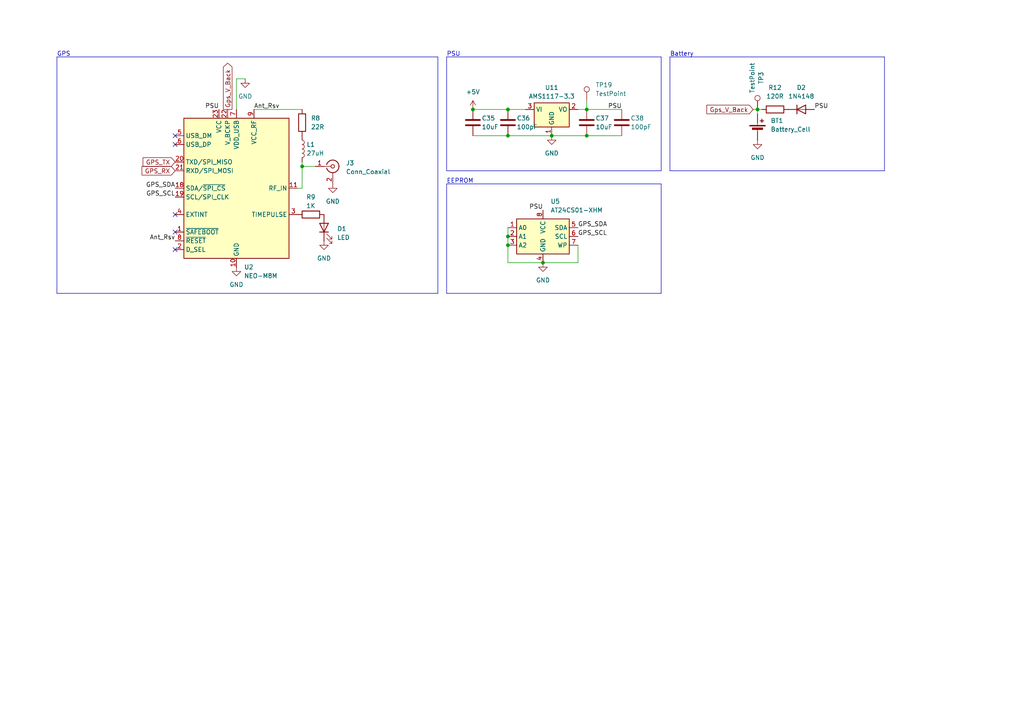
<source format=kicad_sch>
(kicad_sch (version 20231120) (generator "eeschema") (generator_version "8.0")
  (paper "A4")
  (lib_symbols
    (symbol "+5V_1" (power) (pin_numbers hide) (pin_names (offset 0) hide)
      (property "Value" "+5V" (at 0 3.556 0))
      (symbol "+5V_1_0_1"
        (polyline (pts (xy -0.762 1.27) (xy 0 2.54)))
        (polyline (pts (xy 0 0) (xy 0 2.54)))
        (polyline (pts (xy 0 2.54) (xy 0.762 1.27)))
      )
      (symbol "+5V_1_1_1"
        (pin power_in line (at 0 0 90) (length 0) (name "~") (number "1"))
      )
    )
    (symbol "Connector:Conn_Coaxial" (pin_names (offset 1.016) hide)
      (property "Reference" "J" (at 0.254 3.048 0))
      (property "Value" "Conn_Coaxial" (at 2.921 0 90))
      (symbol "Conn_Coaxial_0_1"
        (arc (start -1.778 -0.508) (mid 0.2311 -1.8066) (end 1.778 0) (stroke (width 0.254)))
        (polyline (pts (xy -2.54 0) (xy -0.508 0)))
        (polyline (pts (xy 0 -2.54) (xy 0 -1.778)))
        (circle (center 0 0) (radius 0.508) (stroke (width 0.2032)))
        (arc (start 1.778 0) (mid 0.2099 1.8101) (end -1.778 0.508) (stroke (width 0.254)))
      )
      (symbol "Conn_Coaxial_1_1"
        (pin passive line (at -5.08 0 0) (length 2.54) (name "In") (number "1"))
        (pin passive line (at 0 -5.08 90) (length 2.54) (name "Ext") (number "2"))
      )
    )
    (symbol "Connector:TestPoint" (pin_numbers hide) (pin_names (offset 0.762) hide)
      (property "Reference" "TP" (at 0 6.858 0))
      (property "Value" "TestPoint" (at 0 5.08 0))
      (symbol "TestPoint_0_1"
        (circle (center 0 3.302) (radius 0.762))
      )
      (symbol "TestPoint_1_1"
        (pin passive line (at 0 0 90) (length 2.54) (name "1") (number "1"))
      )
    )
    (symbol "Device:Battery_Cell" (pin_numbers hide) (pin_names (offset 0) hide)
      (property "Reference" "BT" (at 2.54 2.54 0))
      (property "Value" "Battery_Cell" (at 2.54 0 0))
      (symbol "Battery_Cell_0_1"
        (rectangle (start -2.286 1.778) (end 2.286 1.524) (fill (type outline)))
        (rectangle (start -1.524 1.016) (end 1.524 0.508) (fill (type outline)))
        (polyline (pts (xy 0 0.762) (xy 0 0)))
        (polyline (pts (xy 0 1.778) (xy 0 2.54)))
        (polyline (pts (xy 0.762 3.048) (xy 1.778 3.048)) (stroke (width 0.254)))
        (polyline (pts (xy 1.27 3.556) (xy 1.27 2.54)) (stroke (width 0.254)))
      )
      (symbol "Battery_Cell_1_1"
        (pin passive line (at 0 5.08 270) (length 2.54) (name "+") (number "1"))
        (pin passive line (at 0 -2.54 90) (length 2.54) (name "-") (number "2"))
      )
    )
    (symbol "Device:C" (pin_numbers hide) (pin_names (offset 0.254))
      (property "Reference" "C" (at 0.635 2.54 0))
      (property "Value" "C" (at 0.635 -2.54 0))
      (symbol "C_0_1"
        (polyline (pts (xy -2.032 -0.762) (xy 2.032 -0.762)) (stroke (width 0.508)))
        (polyline (pts (xy -2.032 0.762) (xy 2.032 0.762)) (stroke (width 0.508)))
      )
      (symbol "C_1_1"
        (pin passive line (at 0 3.81 270) (length 2.794) (name "~") (number "1"))
        (pin passive line (at 0 -3.81 90) (length 2.794) (name "~") (number "2"))
      )
    )
    (symbol "Device:L" (pin_numbers hide) (pin_names (offset 1.016) hide)
      (property "Reference" "L" (at -1.27 0 90))
      (property "Value" "L" (at 1.905 0 90))
      (symbol "L_0_1"
        (arc (start 0 -2.54) (mid 0.6323 -1.905) (end 0 -1.27))
        (arc (start 0 -1.27) (mid 0.6323 -0.635) (end 0 0))
        (arc (start 0 0) (mid 0.6323 0.635) (end 0 1.27))
        (arc (start 0 1.27) (mid 0.6323 1.905) (end 0 2.54))
      )
      (symbol "L_1_1"
        (pin passive line (at 0 3.81 270) (length 1.27) (name "1") (number "1"))
        (pin passive line (at 0 -3.81 90) (length 1.27) (name "2") (number "2"))
      )
    )
    (symbol "Device:LED" (pin_numbers hide) (pin_names (offset 1.016) hide)
      (property "Reference" "D" (at 0 2.54 0))
      (property "Value" "LED" (at 0 -2.54 0))
      (symbol "LED_0_1"
        (polyline (pts (xy -1.27 -1.27) (xy -1.27 1.27)) (stroke (width 0.254)))
        (polyline (pts (xy -1.27 0) (xy 1.27 0)))
        (polyline (pts (xy 1.27 -1.27) (xy 1.27 1.27) (xy -1.27 0) (xy 1.27 -1.27)) (stroke (width 0.254)))
        (polyline (pts (xy -3.048 -0.762) (xy -4.572 -2.286) (xy -3.81 -2.286) (xy -4.572 -2.286) (xy -4.572 -1.524)))
        (polyline (pts (xy -1.778 -0.762) (xy -3.302 -2.286) (xy -2.54 -2.286) (xy -3.302 -2.286) (xy -3.302 -1.524)))
      )
      (symbol "LED_1_1"
        (pin passive line (at -3.81 0 0) (length 2.54) (name "K") (number "1"))
        (pin passive line (at 3.81 0 180) (length 2.54) (name "A") (number "2"))
      )
    )
    (symbol "Device:R" (pin_numbers hide) (pin_names (offset 0))
      (property "Reference" "R" (at 2.032 0 90))
      (property "Value" "R" (at 0 0 90))
      (symbol "R_0_1"
        (rectangle (start -1.016 -2.54) (end 1.016 2.54) (stroke (width 0.254)))
      )
      (symbol "R_1_1"
        (pin passive line (at 0 3.81 270) (length 1.27) (name "~") (number "1"))
        (pin passive line (at 0 -3.81 90) (length 1.27) (name "~") (number "2"))
      )
    )
    (symbol "Diode:1N4148" (pin_numbers hide) (pin_names hide)
      (property "Reference" "D" (at 0 2.54 0))
      (property "Value" "1N4148" (at 0 -2.54 0))
      (symbol "1N4148_0_1"
        (polyline (pts (xy -1.27 1.27) (xy -1.27 -1.27)) (stroke (width 0.254)))
        (polyline (pts (xy 1.27 0) (xy -1.27 0)))
        (polyline (pts (xy 1.27 1.27) (xy 1.27 -1.27) (xy -1.27 0) (xy 1.27 1.27)) (stroke (width 0.254)))
      )
      (symbol "1N4148_1_1"
        (pin passive line (at -3.81 0 0) (length 2.54) (name "K") (number "1"))
        (pin passive line (at 3.81 0 180) (length 2.54) (name "A") (number "2"))
      )
    )
    (symbol "GND_2" (power) (pin_numbers hide) (pin_names (offset 0) hide)
      (property "Value" "GND" (at 0 -3.81 0))
      (symbol "GND_2_0_1"
        (polyline (pts (xy 0 0) (xy 0 -1.27) (xy 1.27 -1.27) (xy 0 -2.54) (xy -1.27 -1.27) (xy 0 -1.27)))
      )
      (symbol "GND_2_1_1"
        (pin power_in line (at 0 0 270) (length 0) (name "~") (number "1"))
      )
    )
    (symbol "GND_5" (power) (pin_numbers hide) (pin_names (offset 0) hide)
      (property "Value" "GND" (at 0 -3.81 0))
      (symbol "GND_5_0_1"
        (polyline (pts (xy 0 0) (xy 0 -1.27) (xy 1.27 -1.27) (xy 0 -2.54) (xy -1.27 -1.27) (xy 0 -1.27)))
      )
      (symbol "GND_5_1_1"
        (pin power_in line (at 0 0 270) (length 0) (name "~") (number "1"))
      )
    )
    (symbol "GND_6" (power) (pin_numbers hide) (pin_names (offset 0) hide)
      (property "Value" "GND" (at 0 -3.81 0))
      (symbol "GND_6_0_1"
        (polyline (pts (xy 0 0) (xy 0 -1.27) (xy 1.27 -1.27) (xy 0 -2.54) (xy -1.27 -1.27) (xy 0 -1.27)))
      )
      (symbol "GND_6_1_1"
        (pin power_in line (at 0 0 270) (length 0) (name "~") (number "1"))
      )
    )
    (symbol "GND_7" (power) (pin_numbers hide) (pin_names (offset 0) hide)
      (property "Value" "GND" (at 0 -3.81 0))
      (symbol "GND_7_0_1"
        (polyline (pts (xy 0 0) (xy 0 -1.27) (xy 1.27 -1.27) (xy 0 -2.54) (xy -1.27 -1.27) (xy 0 -1.27)))
      )
      (symbol "GND_7_1_1"
        (pin power_in line (at 0 0 270) (length 0) (name "~") (number "1"))
      )
    )
    (symbol "GND_8" (power) (pin_numbers hide) (pin_names (offset 0) hide)
      (property "Value" "GND" (at 0 -3.81 0))
      (symbol "GND_8_0_1"
        (polyline (pts (xy 0 0) (xy 0 -1.27) (xy 1.27 -1.27) (xy 0 -2.54) (xy -1.27 -1.27) (xy 0 -1.27)))
      )
      (symbol "GND_8_1_1"
        (pin power_in line (at 0 0 270) (length 0) (name "~") (number "1"))
      )
    )
    (symbol "GND_9" (power) (pin_numbers hide) (pin_names (offset 0) hide)
      (property "Value" "GND" (at 0 -3.81 0))
      (symbol "GND_9_0_1"
        (polyline (pts (xy 0 0) (xy 0 -1.27) (xy 1.27 -1.27) (xy 0 -2.54) (xy -1.27 -1.27) (xy 0 -1.27)))
      )
      (symbol "GND_9_1_1"
        (pin power_in line (at 0 0 270) (length 0) (name "~") (number "1"))
      )
    )
    (symbol "Memory_EEPROM:AT24CS01-XHM"
      (property "Reference" "U" (at -7.62 6.35 0))
      (property "Value" "AT24CS01-XHM" (at 2.54 -6.35 0))
      (symbol "AT24CS01-XHM_1_1"
        (rectangle (start -7.62 5.08) (end 7.62 -5.08) (stroke (width 0.254)) (fill (type background)))
        (pin input line (at -10.16 2.54 0) (length 2.54) (name "A0") (number "1"))
        (pin input line (at -10.16 0 0) (length 2.54) (name "A1") (number "2"))
        (pin input line (at -10.16 -2.54 0) (length 2.54) (name "A2") (number "3"))
        (pin power_in line (at 0 -7.62 90) (length 2.54) (name "GND") (number "4"))
        (pin bidirectional line (at 10.16 2.54 180) (length 2.54) (name "SDA") (number "5"))
        (pin input line (at 10.16 0 180) (length 2.54) (name "SCL") (number "6"))
        (pin input line (at 10.16 -2.54 180) (length 2.54) (name "WP") (number "7"))
        (pin power_in line (at 0 7.62 270) (length 2.54) (name "VCC") (number "8"))
      )
    )
    (symbol "RF_GPS:NEO-M8M"
      (property "Reference" "U" (at -13.97 21.59 0))
      (property "Value" "NEO-M8M" (at 11.43 21.59 0))
      (symbol "NEO-M8M_0_1"
        (rectangle (start -15.24 20.32) (end 15.24 -20.32) (stroke (width 0.254)) (fill (type background)))
      )
      (symbol "NEO-M8M_1_1"
        (pin input line (at -17.78 -12.7 0) (length 2.54) (name "~{SAFEBOOT}") (number "1"))
        (pin power_in line (at 0 -22.86 90) (length 2.54) (name "GND") (number "10"))
        (pin input line (at 17.78 0 180) (length 2.54) (name "RF_IN") (number "11"))
        (pin passive line (at 0 -22.86 90) (length 2.54) hide (name "GND") (number "12"))
        (pin passive line (at 0 -22.86 90) (length 2.54) hide (name "GND") (number "13"))
        (pin no_connect line (at 15.24 -10.16 180) (length 2.54) hide (name "RESERVED") (number "14"))
        (pin no_connect line (at 15.24 -12.7 180) (length 2.54) hide (name "RESERVED") (number "15"))
        (pin no_connect line (at 15.24 -15.24 180) (length 2.54) hide (name "RESERVED") (number "16"))
        (pin no_connect line (at 15.24 -17.78 180) (length 2.54) hide (name "RESERVED") (number "17"))
        (pin bidirectional line (at -17.78 0 0) (length 2.54) (name "SDA/~{SPI_CS}") (number "18"))
        (pin input line (at -17.78 -2.54 0) (length 2.54) (name "SCL/SPI_CLK") (number "19"))
        (pin input line (at -17.78 -17.78 0) (length 2.54) (name "D_SEL") (number "2"))
        (pin output line (at -17.78 7.62 0) (length 2.54) (name "TXD/SPI_MISO") (number "20"))
        (pin input line (at -17.78 5.08 0) (length 2.54) (name "RXD/SPI_MOSI") (number "21"))
        (pin power_in line (at -2.54 22.86 270) (length 2.54) (name "V_BCKP") (number "22"))
        (pin power_in line (at -5.08 22.86 270) (length 2.54) (name "VCC") (number "23"))
        (pin passive line (at 0 -22.86 90) (length 2.54) hide (name "GND") (number "24"))
        (pin output line (at 17.78 -7.62 180) (length 2.54) (name "TIMEPULSE") (number "3"))
        (pin input line (at -17.78 -7.62 0) (length 2.54) (name "EXTINT") (number "4"))
        (pin bidirectional line (at -17.78 15.24 0) (length 2.54) (name "USB_DM") (number "5"))
        (pin bidirectional line (at -17.78 12.7 0) (length 2.54) (name "USB_DP") (number "6"))
        (pin power_in line (at 0 22.86 270) (length 2.54) (name "VDD_USB") (number "7"))
        (pin input line (at -17.78 -15.24 0) (length 2.54) (name "~{RESET}") (number "8"))
        (pin power_out line (at 5.08 22.86 270) (length 2.54) (name "VCC_RF") (number "9"))
      )
    )
    (symbol "Regulator_Linear:AMS1117-3.3"
      (property "Reference" "U" (at -3.81 3.175 0))
      (property "Value" "AMS1117-3.3" (at 0 3.175 0))
      (symbol "AMS1117-3.3_0_1"
        (rectangle (start -5.08 -5.08) (end 5.08 1.905) (stroke (width 0.254)) (fill (type background)))
      )
      (symbol "AMS1117-3.3_1_1"
        (pin power_in line (at 0 -7.62 90) (length 2.54) (name "GND") (number "1"))
        (pin power_out line (at 7.62 0 180) (length 2.54) (name "VO") (number "2"))
        (pin power_in line (at -7.62 0 0) (length 2.54) (name "VI") (number "3"))
      )
    )
    (symbol "power:GND" (power) (pin_numbers hide) (pin_names (offset 0) hide)
      (property "Value" "GND" (at 0 -3.81 0))
      (symbol "GND_0_1"
        (polyline (pts (xy 0 0) (xy 0 -1.27) (xy 1.27 -1.27) (xy 0 -2.54) (xy -1.27 -1.27) (xy 0 -1.27)))
      )
      (symbol "GND_1_1"
        (pin power_in line (at 0 0 270) (length 0) (name "~") (number "1"))
      )
    )
  )
  (junction (at 147.32 68.58))
  (junction (at 170.18 39.37))
  (junction (at 147.32 31.75))
  (junction (at 219.71 31.75))
  (junction (at 157.48 76.2))
  (junction (at 87.63 48.26))
  (junction (at 137.16 31.75))
  (junction (at 160.02 39.37))
  (junction (at 170.18 31.75))
  (junction (at 147.32 39.37))
  (junction (at 147.32 71.12))
  (no_connect (at 50.8 72.39))
  (no_connect (at 50.8 67.31))
  (no_connect (at 50.8 39.37))
  (no_connect (at 50.8 41.91))
  (no_connect (at 50.8 62.23))
  (wire (pts (xy 71.12 22.86) (xy 68.58 22.86)))
  (polyline (pts (xy 129.54 16.51) (xy 129.54 49.53)) (stroke (width 0) (type solid)))
  (wire (pts (xy 147.32 31.75) (xy 152.4 31.75)))
  (polyline (pts (xy 191.77 85.09) (xy 191.77 53.34)) (stroke (width 0) (type solid)))
  (polyline (pts (xy 256.54 49.53) (xy 256.54 16.51)) (stroke (width 0) (type solid)))
  (polyline (pts (xy 194.31 49.53) (xy 256.54 49.53)) (stroke (width 0) (type solid)))
  (wire (pts (xy 137.16 31.75) (xy 147.32 31.75)))
  (wire (pts (xy 87.63 48.26) (xy 91.44 48.26)))
  (polyline (pts (xy 194.31 16.51) (xy 194.31 49.53)) (stroke (width 0) (type solid)))
  (wire (pts (xy 167.64 71.12) (xy 167.64 76.2)))
  (polyline (pts (xy 127 85.09) (xy 127 16.51)) (stroke (width 0) (type solid)))
  (wire (pts (xy 86.36 54.61) (xy 87.63 54.61)))
  (wire (pts (xy 147.32 71.12) (xy 147.32 76.2)))
  (wire (pts (xy 147.32 76.2) (xy 157.48 76.2)))
  (polyline (pts (xy 129.54 85.09) (xy 191.77 85.09)) (stroke (width 0) (type solid)))
  (wire (pts (xy 170.18 29.21) (xy 170.18 31.75)))
  (polyline (pts (xy 16.51 85.09) (xy 127 85.09)) (stroke (width 0) (type solid)))
  (wire (pts (xy 147.32 68.58) (xy 147.32 71.12)))
  (polyline (pts (xy 16.51 16.51) (xy 16.51 85.09)) (stroke (width 0) (type solid)))
  (wire (pts (xy 170.18 39.37) (xy 180.34 39.37)))
  (wire (pts (xy 68.58 22.86) (xy 68.58 31.75)))
  (polyline (pts (xy 194.31 16.51) (xy 256.54 16.51)) (stroke (width 0) (type solid)))
  (wire (pts (xy 147.32 39.37) (xy 160.02 39.37)))
  (wire (pts (xy 167.64 76.2) (xy 157.48 76.2)))
  (wire (pts (xy 219.71 31.75) (xy 220.98 31.75)))
  (wire (pts (xy 219.71 33.02) (xy 219.71 31.75)))
  (polyline (pts (xy 16.51 16.51) (xy 127 16.51)) (stroke (width 0) (type solid)))
  (wire (pts (xy 218.44 31.75) (xy 219.71 31.75)))
  (wire (pts (xy 170.18 31.75) (xy 180.34 31.75)))
  (wire (pts (xy 137.16 39.37) (xy 147.32 39.37)))
  (polyline (pts (xy 129.54 49.53) (xy 191.77 49.53)) (stroke (width 0) (type solid)))
  (wire (pts (xy 167.64 31.75) (xy 170.18 31.75)))
  (wire (pts (xy 87.63 48.26) (xy 87.63 54.61)))
  (polyline (pts (xy 191.77 49.53) (xy 191.77 16.51)) (stroke (width 0) (type solid)))
  (wire (pts (xy 87.63 46.99) (xy 87.63 48.26)))
  (polyline (pts (xy 129.54 16.51) (xy 191.77 16.51)) (stroke (width 0) (type solid)))
  (wire (pts (xy 147.32 66.04) (xy 147.32 68.58)))
  (wire (pts (xy 73.66 31.75) (xy 87.63 31.75)))
  (wire (pts (xy 160.02 39.37) (xy 170.18 39.37)))
  (polyline (pts (xy 129.54 53.34) (xy 129.54 85.09)) (stroke (width 0) (type solid)))
  (polyline (pts (xy 129.54 53.34) (xy 191.77 53.34)) (stroke (width 0) (type solid)))
  (text "EEPROM" (at 129.54 53.34 0) (effects (font (size 1.27 1.27)) (justify left bottom)))
  (text "Battery" (at 194.31 16.51 0) (effects (font (size 1.27 1.27)) (justify left bottom)))
  (text "PSU" (at 129.54 16.51 0) (effects (font (size 1.27 1.27)) (justify left bottom)))
  (text "GPS" (at 16.51 16.51 0) (effects (font (size 1.27 1.27)) (justify left bottom)))
  (label "PSU" (at 236.22 31.75 0))
  (label "GPS_SDA" (at 50.8 54.61 180))
  (label "GPS_SDA" (at 167.64 66.04 0))
  (label "PSU" (at 63.5 31.75 180))
  (label "Ant_Rsv" (at 73.66 31.75 0))
  (label "GPS_SCL" (at 50.8 57.15 180))
  (label "PSU" (at 157.48 60.96 180))
  (label "Ant_Rsv" (at 50.8 69.85 180))
  (label "GPS_SCL" (at 167.64 68.58 0))
  (label "PSU" (at 180.34 31.75 180))
  (global_label "Gps_V_Back" (shape input) (at 218.44 31.75 180) (property "Intersheetrefs" "${INTERSHEET_REFS}" (effects (hide yes))))
  (global_label "GPS_RX" (shape input) (at 50.8 49.53 180) (property "Intersheetrefs" "${INTERSHEET_REFS}" (effects (hide yes))))
  (global_label "GPS_TX" (shape input) (at 50.8 46.99 180) (property "Intersheetrefs" "${INTERSHEET_REFS}" (effects (hide yes))))
  (global_label "Gps_V_Back" (shape output) (at 66.04 31.75 90) (property "Intersheetrefs" "${INTERSHEET_REFS}" (effects (hide yes))))
  (symbol (lib_id "Memory_EEPROM:AT24CS01-XHM") (at 157.48 68.58 0) (unit 1)
    (property "Reference" "U5" (at 159.6741 58.42 0) (effects (justify left)))
    (property "Value" "AT24CS01-XHM" (at 159.6741 60.96 0) (effects (justify left)))
    (property "Footprint" "Package_SO:TSSOP-8_4.4x3mm_P0.65mm" (effects (hide yes)))
    (property "Datasheet" "http://ww1.microchip.com/downloads/en/DeviceDoc/Atmel-8815-SEEPROM-AT24CS01-02-Datasheet.pdf" (effects (hide yes)))
    (property "Description" "I2C Serial EEPROM, 1Kb (128x8) with Unique Serial Number, TSSOP8" (effects (hide yes)))
  )
  (symbol (lib_id "Device:C") (at 170.18 35.56 0) (unit 1)
    (property "Reference" "C37" (at 172.72 34.29 0) (effects (justify left)))
    (property "Value" "10uF" (at 172.72 36.83 0) (effects (justify left)))
    (property "Footprint" "Capacitor_SMD:C_1206_3216Metric" (effects (hide yes)))
    (property "Description" "Unpolarized capacitor" (effects (hide yes)))
  )
  (symbol (lib_name "GND_6") (lib_id "power:GND") (at 93.98 69.85 0) (unit 1)
    (property "Reference" "#PWR023" (effects (hide yes)))
    (property "Value" "GND" (at 93.98 74.93 0))
    (property "Description" "Power symbol creates a global label with name \"GND\" , ground" (effects (hide yes)))
  )
  (symbol (lib_id "Connector:Conn_Coaxial") (at 96.52 48.26 0) (unit 1)
    (property "Reference" "J3" (at 100.33 47.2831 0) (effects (justify left)))
    (property "Value" "Conn_Coaxial" (at 100.33 49.8231 0) (effects (justify left)))
    (property "Footprint" "Connector_Coaxial:U.FL_Molex_MCRF_73412-0110_Vertical" (effects (hide yes)))
    (property "Datasheet" " ~" (effects (hide yes)))
    (property "Description" "coaxial connector (BNC, SMA, SMB, SMC, Cinch/RCA, LEMO, ...)" (effects (hide yes)))
  )
  (symbol (lib_id "Device:LED") (at 93.98 66.04 90) (unit 1)
    (property "Reference" "D1" (at 97.79 66.3574 90) (effects (justify right)))
    (property "Value" "LED" (at 97.79 68.8974 90) (effects (justify right)))
    (property "Footprint" "Capacitor_SMD:C_0603_1608Metric" (effects (hide yes)))
    (property "Description" "Light emitting diode" (effects (hide yes)))
  )
  (symbol (lib_id "Connector:TestPoint") (at 219.71 31.75 0) (unit 1)
    (property "Reference" "TP3" (at 220.726 22.606 90))
    (property "Value" "TestPoint" (at 218.186 22.606 90))
    (property "Footprint" "TestPoint:TestPoint_Pad_D2.0mm" (effects (hide yes)))
    (property "Description" "test point" (effects (hide yes)))
  )
  (symbol (lib_id "Connector:TestPoint") (at 170.18 29.21 0) (unit 1)
    (property "Reference" "TP19" (at 172.72 24.6379 0) (effects (justify left)))
    (property "Value" "TestPoint" (at 172.72 27.1779 0) (effects (justify left)))
    (property "Footprint" "TestPoint:TestPoint_Pad_D2.0mm" (effects (hide yes)))
    (property "Description" "test point" (effects (hide yes)))
  )
  (symbol (lib_id "Device:L") (at 87.63 43.18 0) (unit 1)
    (property "Reference" "L1" (at 88.9 41.9099 0) (effects (justify left)))
    (property "Value" "27uH" (at 88.9 44.4499 0) (effects (justify left)))
    (property "Footprint" "Inductor_SMD:L_0805_2012Metric" (effects (hide yes)))
    (property "Description" "Inductor" (effects (hide yes)))
  )
  (symbol (lib_name "GND_2") (lib_id "power:GND") (at 160.02 39.37 0) (unit 1)
    (property "Reference" "#PWR041" (effects (hide yes)))
    (property "Value" "GND" (at 160.02 44.45 0))
    (property "Description" "Power symbol creates a global label with name \"GND\" , ground" (effects (hide yes)))
  )
  (symbol (lib_id "Device:C") (at 147.32 35.56 0) (unit 1)
    (property "Reference" "C36" (at 149.86 34.29 0) (effects (justify left)))
    (property "Value" "100pF" (at 149.86 36.83 0) (effects (justify left)))
    (property "Footprint" "Capacitor_SMD:C_0805_2012Metric" (effects (hide yes)))
    (property "Description" "Unpolarized capacitor" (effects (hide yes)))
  )
  (symbol (lib_id "power:GND") (at 96.52 53.34 0) (unit 1)
    (property "Reference" "#PWR06" (effects (hide yes)))
    (property "Value" "GND" (at 96.52 58.42 0))
    (property "Description" "Power symbol creates a global label with name \"GND\" , ground" (effects (hide yes)))
  )
  (symbol (lib_id "Device:R") (at 90.17 62.23 90) (unit 1)
    (property "Reference" "R9" (at 90.17 57.15 90))
    (property "Value" "1K" (at 90.17 59.69 90))
    (property "Footprint" "Resistor_SMD:R_0603_1608Metric" (effects (hide yes)))
    (property "Description" "Resistor" (effects (hide yes)))
  )
  (symbol (lib_name "GND_7") (lib_id "power:GND") (at 219.71 40.64 0) (unit 1)
    (property "Reference" "#PWR039" (effects (hide yes)))
    (property "Value" "GND" (at 219.71 45.72 0))
    (property "Description" "Power symbol creates a global label with name \"GND\" , ground" (effects (hide yes)))
  )
  (symbol (lib_id "Diode:1N4148") (at 232.41 31.75 0) (unit 1)
    (property "Reference" "D2" (at 232.41 25.4 0))
    (property "Value" "1N4148" (at 232.41 27.94 0))
    (property "Footprint" "Diode_SMD:D_SOD-323" (effects (hide yes)))
    (property "Datasheet" "https://assets.nexperia.com/documents/data-sheet/1N4148_1N4448.pdf" (effects (hide yes)))
    (property "Description" "100V 0.15A standard switching diode, DO-35" (effects (hide yes)))
    (property "Sim.Device" "D" (effects (hide yes)))
    (property "Sim.Pins" "1=K 2=A" (effects (hide yes)))
  )
  (symbol (lib_name "+5V_1") (lib_id "power:+5V") (at 137.16 31.75 0) (unit 1)
    (property "Reference" "#PWR038" (effects (hide yes)))
    (property "Value" "+5V" (at 137.16 26.67 0))
    (property "Description" "Power symbol creates a global label with name \"+5V\"" (effects (hide yes)))
  )
  (symbol (lib_id "Regulator_Linear:AMS1117-3.3") (at 160.02 31.75 0) (unit 1)
    (property "Reference" "U11" (at 160.02 25.4 0))
    (property "Value" "AMS1117-3.3" (at 160.02 27.94 0))
    (property "Footprint" "Package_TO_SOT_SMD:SOT-223-3_TabPin2" (effects (hide yes)))
    (property "Datasheet" "http://www.advanced-monolithic.com/pdf/ds1117.pdf" (effects (hide yes)))
    (property "Description" "1A Low Dropout regulator, positive, 3.3V fixed output, SOT-223" (effects (hide yes)))
  )
  (symbol (lib_name "GND_5") (lib_id "power:GND") (at 68.58 77.47 0) (unit 1)
    (property "Reference" "#PWR019" (effects (hide yes)))
    (property "Value" "GND" (at 68.58 82.55 0))
    (property "Description" "Power symbol creates a global label with name \"GND\" , ground" (effects (hide yes)))
  )
  (symbol (lib_id "Device:R") (at 224.79 31.75 90) (unit 1)
    (property "Reference" "R12" (at 224.79 25.4 90))
    (property "Value" "120R" (at 224.79 27.94 90))
    (property "Footprint" "Resistor_SMD:R_0603_1608Metric" (effects (hide yes)))
    (property "Description" "Resistor" (effects (hide yes)))
  )
  (symbol (lib_name "GND_8") (lib_id "power:GND") (at 71.12 22.86 0) (unit 1)
    (property "Reference" "#PWR021" (effects (hide yes)))
    (property "Value" "GND" (at 71.12 27.94 0))
    (property "Description" "Power symbol creates a global label with name \"GND\" , ground" (effects (hide yes)))
  )
  (symbol (lib_id "Device:C") (at 180.34 35.56 0) (unit 1)
    (property "Reference" "C38" (at 182.88 34.29 0) (effects (justify left)))
    (property "Value" "100pF" (at 182.88 36.83 0) (effects (justify left)))
    (property "Footprint" "Capacitor_SMD:C_0805_2012Metric" (effects (hide yes)))
    (property "Description" "Unpolarized capacitor" (effects (hide yes)))
  )
  (symbol (lib_name "GND_9") (lib_id "power:GND") (at 157.48 76.2 0) (unit 1)
    (property "Reference" "#PWR031" (effects (hide yes)))
    (property "Value" "GND" (at 157.48 81.28 0))
    (property "Description" "Power symbol creates a global label with name \"GND\" , ground" (effects (hide yes)))
  )
  (symbol (lib_id "Device:C") (at 137.16 35.56 0) (unit 1)
    (property "Reference" "C35" (at 139.7 34.29 0) (effects (justify left)))
    (property "Value" "10uF" (at 139.7 36.83 0) (effects (justify left)))
    (property "Footprint" "Capacitor_SMD:C_1206_3216Metric" (effects (hide yes)))
    (property "Description" "Unpolarized capacitor" (effects (hide yes)))
  )
  (symbol (lib_id "Device:Battery_Cell") (at 219.71 38.1 0) (unit 1)
    (property "Reference" "BT1" (at 223.52 34.9884 0) (effects (justify left)))
    (property "Value" "Battery_Cell" (at 223.52 37.5284 0) (effects (justify left)))
    (property "Footprint" "Battery:BatteryHolder_Seiko_MS621F" (effects (hide yes)))
    (property "Description" "Single-cell battery" (effects (hide yes)))
  )
  (symbol (lib_id "Device:R") (at 87.63 35.56 0) (unit 1)
    (property "Reference" "R8" (at 90.17 34.2899 0) (effects (justify left)))
    (property "Value" "22R" (at 90.17 36.8299 0) (effects (justify left)))
    (property "Footprint" "Resistor_SMD:R_0603_1608Metric" (effects (hide yes)))
    (property "Description" "Resistor" (effects (hide yes)))
  )
  (symbol (lib_id "RF_GPS:NEO-M8M") (at 68.58 54.61 0) (unit 1)
    (property "Reference" "U2" (at 70.7741 77.47 0) (effects (justify left)))
    (property "Value" "NEO-M8M" (at 70.7741 80.01 0) (effects (justify left)))
    (property "Footprint" "RF_GPS:ublox_NEO" (effects (hide yes)))
    (property "Datasheet" "https://content.u-blox.com/sites/default/files/NEO-M8-FW3_DataSheet_UBX-15031086.pdf" (effects (hide yes)))
    (property "Description" "GNSS Module NEO M8, VCC 2.7V to 3.6V" (effects (hide yes)))
  )
)
</source>
